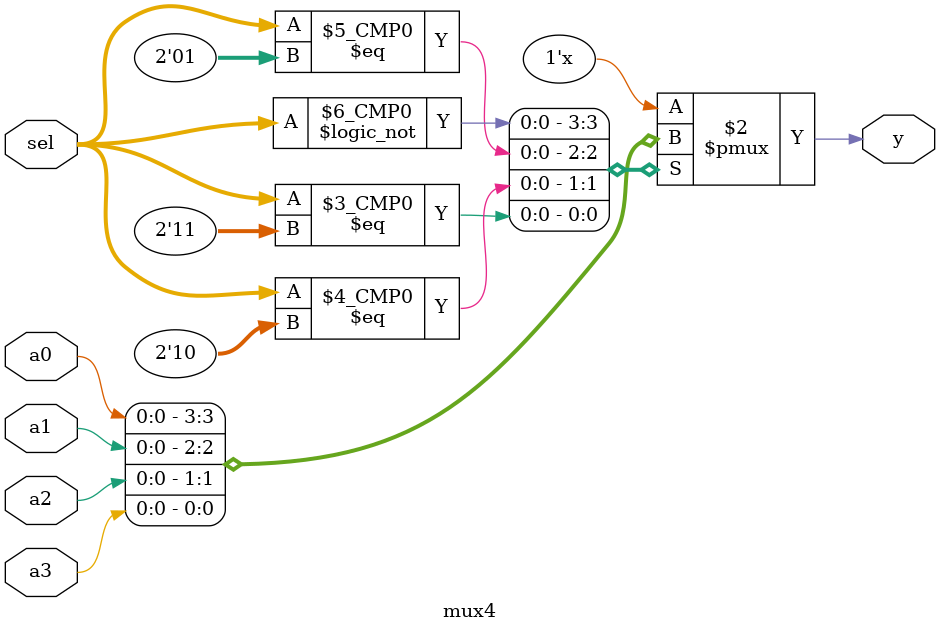
<source format=sv>
module mux4 #(
    parameter int Width = 1
)(
    input logic[Width-1:0] a0,
    input logic[Width-1:0] a1,
    input logic[Width-1:0] a2,
    input logic[Width-1:0] a3,
    input logic[1:0] sel,
    output logic[Width-1:0] y
);
    always_comb
        case (sel)
            2'h0: y = a0;
            2'h1: y = a1;
            2'h2: y = a2;
            2'h3: y = a3;
        endcase
endmodule

</source>
